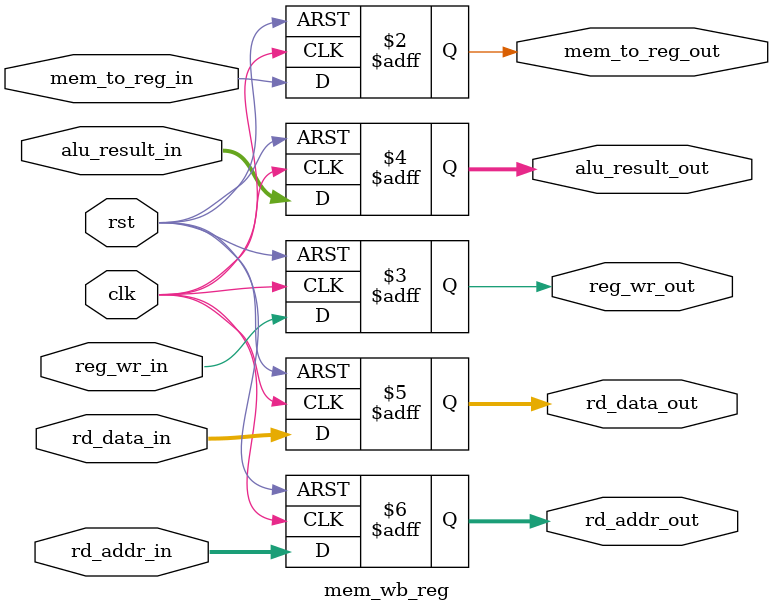
<source format=sv>
`include "definitions.sv"

module if_id_reg (
    input logic clk,
    input logic rst,
    input logic flush,
    input logic stall,

    input logic[63:0] pc_in,
    input logic[31:0] instr_in,
    input logic prediction_in,

    output logic[63:0] pc_out,
    output logic[31:0] instr_out,
    output logic prediction_out 
);

always_ff @(posedge clk or posedge rst) begin
    if(rst) begin
        pc_out <= 64'b0;
        instr_out <= 32'h00000013;  // NOP instruction
        prediction_out <= 1'b0;
    end
    else if(flush) begin
        pc_out <= 64'b0;
        instr_out <= 32'h00000013;  // NOP instruction
        prediction_out <= 1'b0; 
    end
    else if(!stall) begin
        pc_out <= pc_in;
        instr_out <= instr_in;
        prediction_out <= prediction_in;
    end
end

endmodule

module id_ex_reg (
    input logic clk,
    input logic rst,
    input logic flush,

    input logic[2:0] alu_control_in,
    input logic reg_wr_in,
    input logic mem_wr_in,
    input logic mem_rd_in,
    input logic mem_to_reg_in,
    input logic branch_in,
    input logic prediction_in,
    input logic alu_src_in,

    input logic[63:0] pc_in,
    input logic[4:0] rs1_addr_in,
    input logic[4:0] rs2_addr_in,
    input logic[4:0] rd_addr_in,
    input logic[63:0] rs1_data_in,
    input logic[63:0] rs2_data_in,
    input logic[63:0] imm_in,
    input logic[31:0] instr_in,

    output logic[2:0] alu_control_out,
    output logic reg_wr_out,
    output logic mem_rd_out,
    output logic mem_wr_out,
    output logic mem_to_reg_out,
    output logic branch_out,
    output logic prediction_out,
    output logic alu_src_out,
    
    output logic[63:0] pc_out,
    output logic[4:0] rs1_addr_out,
    output logic[4:0] rs2_addr_out,
    output logic[4:0] rd_addr_out,
    output logic[63:0] rs1_data_out,
    output logic[63:0] rs2_data_out,
    output logic[63:0] imm_out,
    output logic[31:0] instr_out
);

always_ff @(posedge clk or posedge rst) begin
    if(rst || flush) begin
        alu_control_out <= 3'b0;
        alu_src_out <= 1'b0;
        mem_rd_out <= 1'b0;
        mem_wr_out <= 1'b0;
        reg_wr_out <= 1'b0;
        branch_out <= 1'b0;
        prediction_out <= 1'b0;
        mem_to_reg_out <= 1'b0;

        pc_out <= 64'b0;
        rs1_addr_out <= 5'b0;
        rs2_addr_out <= 5'b0;
        rd_addr_out <= 5'b0;
        rs1_data_out <= 64'b0;
        rs2_data_out <= 64'b0;
        imm_out <= 64'b0;
        instr_out <= 32'h00000013;
    end
    else begin
        alu_control_out <= alu_control_in;
        alu_src_out <= alu_src_in;
        branch_out <= branch_in;
        prediction_out <= prediction_in;
        mem_rd_out <= mem_rd_in;
        mem_wr_out <= mem_wr_in;
        reg_wr_out <= reg_wr_in;
        mem_to_reg_out <= mem_to_reg_in;

        pc_out <= pc_in;
        rs1_addr_out <= rs1_addr_in;
        rs2_addr_out <= rs2_addr_in;
        rd_addr_out <= rd_addr_in;
        rs1_data_out <= rs1_data_in;
        rs2_data_out <= rs2_data_in;
        imm_out <= imm_in;
        instr_out <= instr_in;
    end
end

endmodule

module ex_mem_reg(
    input logic clk,
    input logic rst,

    input logic reg_wr_in,
    input logic mem_rd_in,
    input logic mem_wr_in,
    input logic mem_to_reg_in,

    input logic[63:0] alu_result_in,
    input logic[63:0] wr_data_in,
    input logic[4:0] rd_addr_in,
    input logic zero_in,

    output logic reg_wr_out,
    output logic mem_rd_out,
    output logic mem_wr_out,
    output logic mem_to_reg_out,

    output logic[63:0] alu_result_out,
    output logic[4:0] rd_addr_out,
    output logic[63:0] wr_data_out,
    output logic zero_out
);

always_ff @(posedge clk or posedge rst) begin
    if(rst) begin
        reg_wr_out <= 1'b0;
        mem_rd_out <= 1'b0;
        mem_wr_out <= 1'b0;
        mem_to_reg_out <= 1'b0;

        alu_result_out <= 64'b0;
        wr_data_out <= 64'b0;
        rd_addr_out <= 5'b0;
        zero_out <= 1'b0;
    end
    else begin
        reg_wr_out <= reg_wr_in;
        mem_rd_out <= mem_rd_in;
        mem_wr_out <= mem_wr_in;
        mem_to_reg_out <= mem_to_reg_in;

        alu_result_out <= alu_result_in;
        wr_data_out <= wr_data_in;
        rd_addr_out <= rd_addr_in;
        zero_out <= zero_in;
    end
end

endmodule

module mem_wb_reg(
    input logic clk,
    input logic rst,

    input logic mem_to_reg_in,
    input logic reg_wr_in,

    input logic[63:0] alu_result_in,
    input logic[63:0] rd_data_in,
    input logic[4:0] rd_addr_in,

    output logic mem_to_reg_out,
    output logic reg_wr_out,

    output logic[63:0] alu_result_out,
    output logic[63:0] rd_data_out,
    output logic[4:0] rd_addr_out
);

always_ff@(posedge clk or posedge rst) begin
    if(rst) begin
        reg_wr_out <= 1'b0;
        mem_to_reg_out <= 1'b0;

        alu_result_out <= 64'b0;
        rd_data_out <= 64'b0;
        rd_addr_out <= 5'b0;
    end
    else begin
        reg_wr_out <= reg_wr_in;
        mem_to_reg_out <= mem_to_reg_in;

        alu_result_out <= alu_result_in;
        rd_data_out <= rd_data_in;
        rd_addr_out <= rd_addr_in;
    end
end

endmodule

</source>
